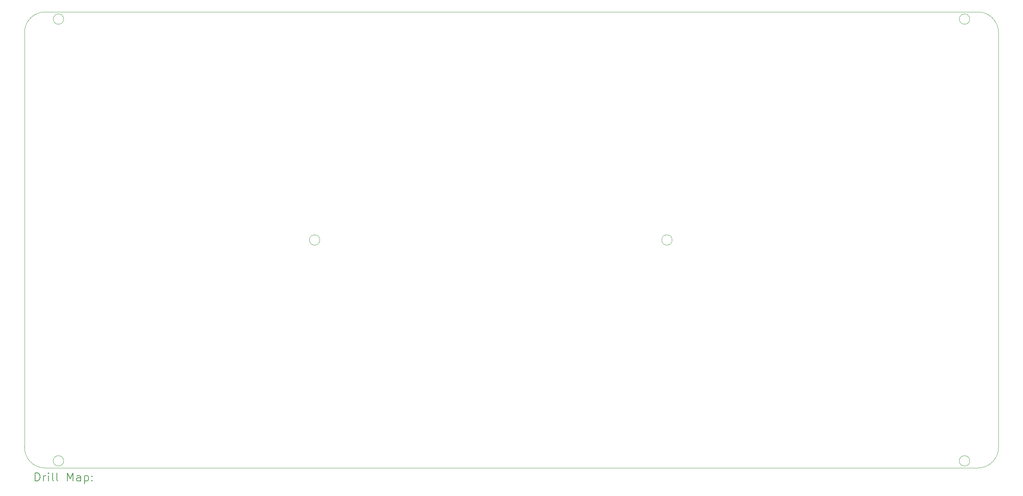
<source format=gbr>
%TF.GenerationSoftware,KiCad,Pcbnew,9.0.0*%
%TF.CreationDate,2025-06-12T15:22:15-04:00*%
%TF.ProjectId,Oblique Palette 0.5.1 PCB Main,4f626c69-7175-4652-9050-616c65747465,rev?*%
%TF.SameCoordinates,Original*%
%TF.FileFunction,Drillmap*%
%TF.FilePolarity,Positive*%
%FSLAX45Y45*%
G04 Gerber Fmt 4.5, Leading zero omitted, Abs format (unit mm)*
G04 Created by KiCad (PCBNEW 9.0.0) date 2025-06-12 15:22:15*
%MOMM*%
%LPD*%
G01*
G04 APERTURE LIST*
%ADD10C,0.050000*%
%ADD11C,0.200000*%
G04 APERTURE END LIST*
D10*
X25000000Y-12150000D02*
G75*
G02*
X24500000Y-12650000I-500000J0D01*
G01*
X24305000Y-1822000D02*
G75*
G02*
X24055000Y-1822000I-125000J0D01*
G01*
X24055000Y-1822000D02*
G75*
G02*
X24305000Y-1822000I125000J0D01*
G01*
X2445000Y-1822000D02*
G75*
G02*
X2195000Y-1822000I-125000J0D01*
G01*
X2195000Y-1822000D02*
G75*
G02*
X2445000Y-1822000I125000J0D01*
G01*
X2000000Y-12650000D02*
G75*
G02*
X1500000Y-12150000I0J500000D01*
G01*
X1500000Y-2150000D02*
G75*
G02*
X2000000Y-1650000I500000J0D01*
G01*
X8625000Y-7150000D02*
G75*
G02*
X8375000Y-7150000I-125000J0D01*
G01*
X8375000Y-7150000D02*
G75*
G02*
X8625000Y-7150000I125000J0D01*
G01*
X1500000Y-12150000D02*
X1500000Y-2150000D01*
X24500000Y-1650000D02*
G75*
G02*
X25000000Y-2150000I0J-500000D01*
G01*
X17125000Y-7150000D02*
G75*
G02*
X16875000Y-7150000I-125000J0D01*
G01*
X16875000Y-7150000D02*
G75*
G02*
X17125000Y-7150000I125000J0D01*
G01*
X24500000Y-1650000D02*
X2000000Y-1650000D01*
X25000000Y-12150000D02*
X25000000Y-2150000D01*
X2000000Y-12650000D02*
X24500000Y-12650000D01*
X24305000Y-12478000D02*
G75*
G02*
X24055000Y-12478000I-125000J0D01*
G01*
X24055000Y-12478000D02*
G75*
G02*
X24305000Y-12478000I125000J0D01*
G01*
X2445000Y-12478000D02*
G75*
G02*
X2195000Y-12478000I-125000J0D01*
G01*
X2195000Y-12478000D02*
G75*
G02*
X2445000Y-12478000I125000J0D01*
G01*
D11*
X1758277Y-12963984D02*
X1758277Y-12763984D01*
X1758277Y-12763984D02*
X1805896Y-12763984D01*
X1805896Y-12763984D02*
X1834467Y-12773508D01*
X1834467Y-12773508D02*
X1853515Y-12792555D01*
X1853515Y-12792555D02*
X1863039Y-12811603D01*
X1863039Y-12811603D02*
X1872562Y-12849698D01*
X1872562Y-12849698D02*
X1872562Y-12878269D01*
X1872562Y-12878269D02*
X1863039Y-12916365D01*
X1863039Y-12916365D02*
X1853515Y-12935412D01*
X1853515Y-12935412D02*
X1834467Y-12954460D01*
X1834467Y-12954460D02*
X1805896Y-12963984D01*
X1805896Y-12963984D02*
X1758277Y-12963984D01*
X1958277Y-12963984D02*
X1958277Y-12830650D01*
X1958277Y-12868746D02*
X1967801Y-12849698D01*
X1967801Y-12849698D02*
X1977324Y-12840174D01*
X1977324Y-12840174D02*
X1996372Y-12830650D01*
X1996372Y-12830650D02*
X2015420Y-12830650D01*
X2082086Y-12963984D02*
X2082086Y-12830650D01*
X2082086Y-12763984D02*
X2072562Y-12773508D01*
X2072562Y-12773508D02*
X2082086Y-12783031D01*
X2082086Y-12783031D02*
X2091610Y-12773508D01*
X2091610Y-12773508D02*
X2082086Y-12763984D01*
X2082086Y-12763984D02*
X2082086Y-12783031D01*
X2205896Y-12963984D02*
X2186848Y-12954460D01*
X2186848Y-12954460D02*
X2177324Y-12935412D01*
X2177324Y-12935412D02*
X2177324Y-12763984D01*
X2310658Y-12963984D02*
X2291610Y-12954460D01*
X2291610Y-12954460D02*
X2282086Y-12935412D01*
X2282086Y-12935412D02*
X2282086Y-12763984D01*
X2539229Y-12963984D02*
X2539229Y-12763984D01*
X2539229Y-12763984D02*
X2605896Y-12906841D01*
X2605896Y-12906841D02*
X2672563Y-12763984D01*
X2672563Y-12763984D02*
X2672563Y-12963984D01*
X2853515Y-12963984D02*
X2853515Y-12859222D01*
X2853515Y-12859222D02*
X2843991Y-12840174D01*
X2843991Y-12840174D02*
X2824943Y-12830650D01*
X2824943Y-12830650D02*
X2786848Y-12830650D01*
X2786848Y-12830650D02*
X2767801Y-12840174D01*
X2853515Y-12954460D02*
X2834467Y-12963984D01*
X2834467Y-12963984D02*
X2786848Y-12963984D01*
X2786848Y-12963984D02*
X2767801Y-12954460D01*
X2767801Y-12954460D02*
X2758277Y-12935412D01*
X2758277Y-12935412D02*
X2758277Y-12916365D01*
X2758277Y-12916365D02*
X2767801Y-12897317D01*
X2767801Y-12897317D02*
X2786848Y-12887793D01*
X2786848Y-12887793D02*
X2834467Y-12887793D01*
X2834467Y-12887793D02*
X2853515Y-12878269D01*
X2948753Y-12830650D02*
X2948753Y-13030650D01*
X2948753Y-12840174D02*
X2967801Y-12830650D01*
X2967801Y-12830650D02*
X3005896Y-12830650D01*
X3005896Y-12830650D02*
X3024943Y-12840174D01*
X3024943Y-12840174D02*
X3034467Y-12849698D01*
X3034467Y-12849698D02*
X3043991Y-12868746D01*
X3043991Y-12868746D02*
X3043991Y-12925888D01*
X3043991Y-12925888D02*
X3034467Y-12944936D01*
X3034467Y-12944936D02*
X3024943Y-12954460D01*
X3024943Y-12954460D02*
X3005896Y-12963984D01*
X3005896Y-12963984D02*
X2967801Y-12963984D01*
X2967801Y-12963984D02*
X2948753Y-12954460D01*
X3129705Y-12944936D02*
X3139229Y-12954460D01*
X3139229Y-12954460D02*
X3129705Y-12963984D01*
X3129705Y-12963984D02*
X3120182Y-12954460D01*
X3120182Y-12954460D02*
X3129705Y-12944936D01*
X3129705Y-12944936D02*
X3129705Y-12963984D01*
X3129705Y-12840174D02*
X3139229Y-12849698D01*
X3139229Y-12849698D02*
X3129705Y-12859222D01*
X3129705Y-12859222D02*
X3120182Y-12849698D01*
X3120182Y-12849698D02*
X3129705Y-12840174D01*
X3129705Y-12840174D02*
X3129705Y-12859222D01*
M02*

</source>
